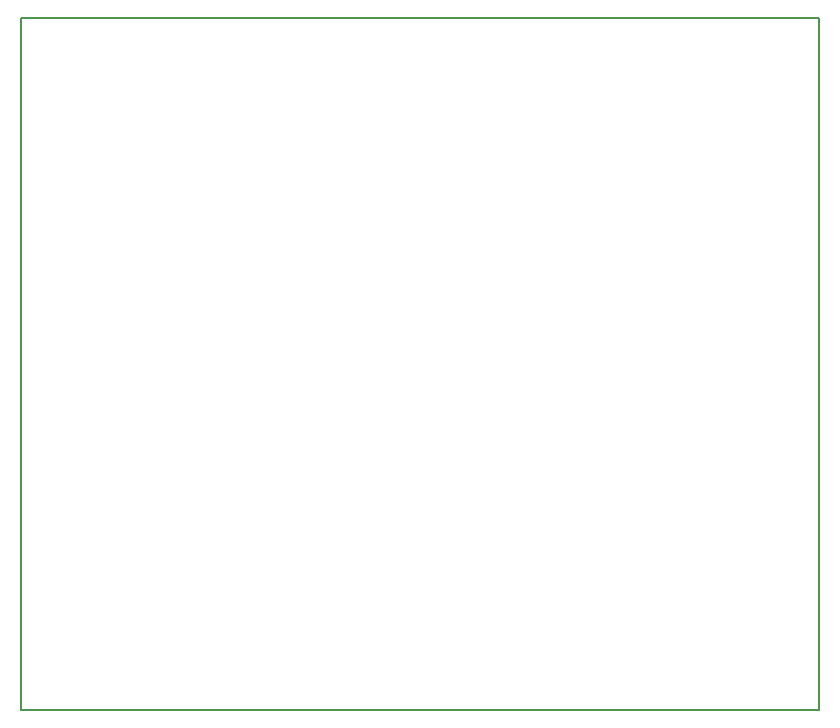
<source format=gbr>
G04 #@! TF.FileFunction,Profile,NP*
%FSLAX46Y46*%
G04 Gerber Fmt 4.6, Leading zero omitted, Abs format (unit mm)*
G04 Created by KiCad (PCBNEW 4.0.7-e2-6376~61~ubuntu18.04.1) date Mon Dec  9 13:49:04 2019*
%MOMM*%
%LPD*%
G01*
G04 APERTURE LIST*
%ADD10C,0.100000*%
%ADD11C,0.150000*%
G04 APERTURE END LIST*
D10*
D11*
X45059600Y-89916000D02*
X112623600Y-89916000D01*
X45059600Y-31343600D02*
X112623600Y-31343600D01*
X112623600Y-31343600D02*
X112623600Y-89916000D01*
X45059600Y-89916000D02*
X45059600Y-31343600D01*
M02*

</source>
